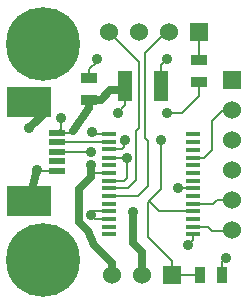
<source format=gtl>
G04 (created by PCBNEW-RS274X (2011-05-25)-stable) date Fri 14 Sep 2012 10:37:43 PM EDT*
G01*
G70*
G90*
%MOIN*%
G04 Gerber Fmt 3.4, Leading zero omitted, Abs format*
%FSLAX34Y34*%
G04 APERTURE LIST*
%ADD10C,0.006000*%
%ADD11R,0.050000X0.016000*%
%ADD12R,0.035000X0.055000*%
%ADD13R,0.055000X0.035000*%
%ADD14C,0.246100*%
%ADD15R,0.149600X0.098400*%
%ADD16R,0.055100X0.019700*%
%ADD17R,0.050000X0.100000*%
%ADD18R,0.060000X0.060000*%
%ADD19C,0.060000*%
%ADD20C,0.035000*%
%ADD21C,0.008000*%
%ADD22C,0.025000*%
G04 APERTURE END LIST*
G54D10*
G54D11*
X64900Y-42850D03*
X64900Y-42600D03*
X64900Y-42340D03*
X64900Y-42080D03*
X64900Y-41830D03*
X64900Y-41570D03*
X64900Y-41310D03*
X64900Y-41060D03*
X64900Y-40800D03*
X64900Y-40550D03*
X64900Y-40290D03*
X64900Y-40030D03*
X64900Y-39780D03*
X64900Y-39520D03*
X62100Y-39520D03*
X62100Y-39780D03*
X62100Y-40020D03*
X62100Y-40290D03*
X62100Y-40550D03*
X62100Y-40800D03*
X62100Y-41060D03*
X62100Y-41310D03*
X62100Y-41570D03*
X62100Y-41830D03*
X62100Y-42080D03*
X62100Y-42340D03*
X62100Y-42600D03*
X62100Y-42850D03*
G54D12*
X65125Y-44200D03*
X65875Y-44200D03*
G54D13*
X65100Y-37775D03*
X65100Y-37025D03*
X61450Y-38375D03*
X61450Y-37625D03*
G54D14*
X59900Y-36500D03*
X59900Y-43700D03*
G54D15*
X59437Y-41754D03*
X59437Y-38446D03*
G54D16*
X60382Y-40730D03*
X60382Y-40415D03*
X60382Y-39470D03*
X60382Y-39785D03*
X60382Y-40100D03*
G54D17*
X62650Y-37900D03*
X63850Y-37900D03*
G54D18*
X64200Y-44200D03*
G54D19*
X63200Y-44200D03*
X62200Y-44200D03*
G54D18*
X65100Y-36100D03*
G54D19*
X64100Y-36100D03*
X63100Y-36100D03*
X62100Y-36100D03*
G54D18*
X66200Y-37700D03*
G54D19*
X66200Y-38700D03*
X66200Y-39700D03*
X66200Y-40700D03*
X66200Y-41700D03*
X66200Y-42700D03*
G54D20*
X63850Y-39700D03*
X62650Y-39700D03*
X60520Y-38980D03*
X61500Y-40550D03*
X64050Y-38800D03*
X62400Y-38800D03*
X61500Y-40100D03*
X61550Y-39450D03*
X61700Y-37000D03*
X64750Y-43200D03*
X62900Y-42100D03*
X64050Y-37000D03*
X59700Y-40700D03*
X59450Y-39300D03*
X66000Y-43650D03*
X62700Y-40300D03*
X64400Y-41300D03*
X61500Y-42200D03*
G54D21*
X64900Y-42080D02*
X63780Y-42080D01*
X63780Y-42080D02*
X63450Y-41750D01*
X63400Y-42950D02*
X64200Y-43750D01*
X64200Y-44200D02*
X65125Y-44200D01*
X64200Y-44200D02*
X64200Y-43750D01*
X62100Y-40020D02*
X62530Y-40020D01*
X62530Y-40020D02*
X62600Y-39950D01*
X62600Y-39950D02*
X62600Y-39750D01*
G54D22*
X62600Y-39750D02*
X62650Y-39700D01*
G54D21*
X63850Y-39700D02*
X63850Y-41350D01*
X63850Y-41350D02*
X63450Y-41750D01*
X63450Y-41750D02*
X63400Y-41800D01*
X63400Y-41800D02*
X63400Y-42950D01*
X60382Y-39470D02*
X60830Y-39470D01*
X60830Y-39470D02*
X60900Y-39400D01*
G54D22*
X62500Y-38050D02*
X62650Y-37900D01*
G54D21*
X65100Y-38250D02*
X64550Y-38800D01*
X60520Y-39332D02*
X60382Y-39470D01*
X65100Y-37775D02*
X65100Y-38250D01*
X60520Y-38980D02*
X60520Y-39332D01*
X62650Y-37900D02*
X62650Y-38550D01*
X64550Y-38800D02*
X64050Y-38800D01*
G54D22*
X61400Y-42750D02*
X61100Y-42450D01*
X61450Y-38375D02*
X61825Y-38375D01*
X62150Y-38050D02*
X62500Y-38050D01*
G54D21*
X62650Y-38550D02*
X62400Y-38800D01*
X60270Y-39470D02*
X60382Y-39470D01*
X62100Y-40800D02*
X61650Y-40800D01*
G54D22*
X61825Y-38375D02*
X62150Y-38050D01*
X61500Y-40950D02*
X61500Y-40550D01*
X62200Y-44200D02*
X62200Y-43800D01*
X61450Y-38650D02*
X61450Y-38375D01*
X61100Y-41350D02*
X61500Y-40950D01*
G54D21*
X61500Y-40650D02*
X61500Y-40550D01*
G54D22*
X61100Y-42450D02*
X61100Y-41350D01*
G54D21*
X61650Y-40800D02*
X61500Y-40650D01*
G54D22*
X62200Y-43800D02*
X61600Y-43200D01*
X60900Y-39400D02*
X61450Y-38650D01*
X61600Y-43200D02*
X61400Y-42750D01*
G54D21*
X64900Y-40290D02*
X65290Y-40290D01*
X65900Y-38700D02*
X66200Y-38700D01*
X65530Y-39070D02*
X65900Y-38700D01*
X65530Y-40050D02*
X65530Y-39070D01*
X65290Y-40290D02*
X65530Y-40050D01*
X62100Y-39780D02*
X60907Y-39780D01*
X60907Y-39780D02*
X60382Y-39785D01*
X60382Y-40100D02*
X61500Y-40100D01*
X61620Y-39520D02*
X62100Y-39520D01*
X61550Y-39450D02*
X61620Y-39520D01*
X64900Y-42600D02*
X65400Y-42600D01*
X66150Y-42750D02*
X66200Y-42700D01*
X65550Y-42750D02*
X66150Y-42750D01*
X65400Y-42600D02*
X65550Y-42750D01*
X65100Y-36100D02*
X65100Y-37025D01*
X61450Y-37350D02*
X61700Y-37100D01*
X61700Y-37100D02*
X61700Y-37000D01*
X61450Y-37625D02*
X61450Y-37350D01*
X66200Y-41700D02*
X65700Y-41700D01*
X65570Y-41830D02*
X64900Y-41830D01*
X65700Y-41700D02*
X65570Y-41830D01*
X64900Y-42850D02*
X64900Y-43050D01*
X64900Y-43050D02*
X64750Y-43200D01*
G54D22*
X62900Y-43150D02*
X62900Y-42100D01*
X63200Y-43450D02*
X62900Y-43150D01*
X63200Y-44200D02*
X63200Y-43450D01*
G54D21*
X64100Y-36100D02*
X64000Y-36100D01*
X64000Y-36100D02*
X63300Y-36800D01*
X63300Y-36800D02*
X63300Y-39650D01*
X63300Y-39650D02*
X63400Y-39750D01*
X62100Y-41570D02*
X63070Y-41570D01*
X63400Y-41240D02*
X63400Y-39750D01*
X63070Y-41570D02*
X63400Y-41240D01*
X62100Y-41310D02*
X62740Y-41310D01*
X62100Y-36100D02*
X63100Y-37100D01*
X63100Y-37100D02*
X63100Y-39300D01*
X63000Y-41050D02*
X63000Y-39400D01*
X63100Y-39300D02*
X63000Y-39400D01*
X62740Y-41310D02*
X63000Y-41050D01*
G54D22*
X59437Y-38446D02*
X59957Y-38793D01*
G54D21*
X63850Y-37200D02*
X64050Y-37000D01*
X60400Y-40730D02*
X59980Y-40730D01*
X60382Y-40730D02*
X60400Y-40730D01*
X63850Y-37900D02*
X63850Y-37200D01*
X59980Y-40730D02*
X59700Y-40700D01*
G54D22*
X59437Y-41754D02*
X59700Y-40700D01*
X59957Y-38793D02*
X59450Y-39300D01*
G54D21*
X65875Y-44200D02*
X65875Y-43775D01*
X65875Y-43775D02*
X66000Y-43650D01*
X62100Y-41060D02*
X62610Y-41060D01*
X62690Y-40290D02*
X62700Y-40300D01*
X62690Y-40290D02*
X62100Y-40290D01*
X64310Y-41310D02*
X64400Y-41300D01*
X62610Y-41060D02*
X62700Y-40970D01*
X64900Y-41310D02*
X64310Y-41310D01*
X61640Y-42340D02*
X61500Y-42200D01*
X62100Y-42340D02*
X61640Y-42340D01*
X61620Y-42080D02*
X61500Y-42200D01*
X61620Y-42080D02*
X62100Y-42080D01*
X62700Y-40970D02*
X62700Y-40300D01*
M02*

</source>
